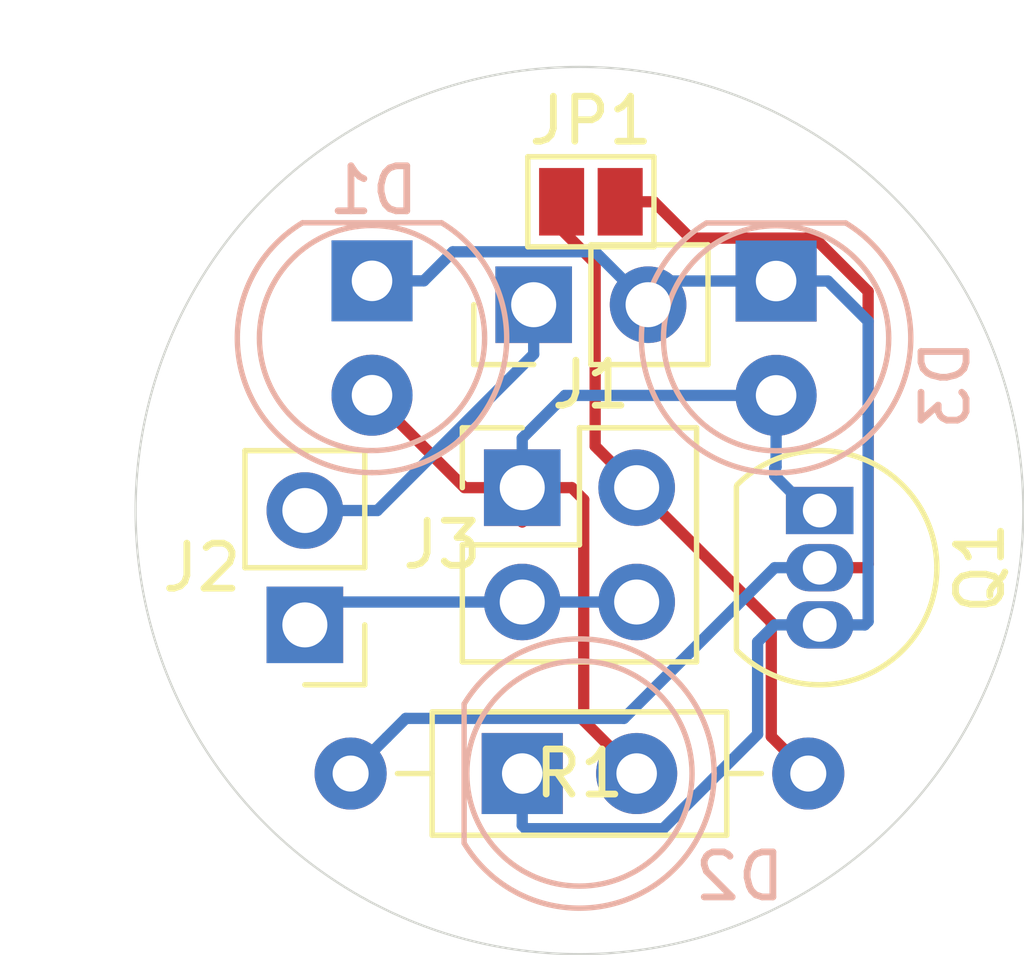
<source format=kicad_pcb>
(kicad_pcb (version 20171130) (host pcbnew 5.1.5+dfsg1-2build2)

  (general
    (thickness 1.6)
    (drawings 1)
    (tracks 69)
    (zones 0)
    (modules 9)
    (nets 7)
  )

  (page A4)
  (layers
    (0 F.Cu signal)
    (31 B.Cu signal)
    (32 B.Adhes user)
    (33 F.Adhes user)
    (34 B.Paste user)
    (35 F.Paste user)
    (36 B.SilkS user)
    (37 F.SilkS user)
    (38 B.Mask user)
    (39 F.Mask user)
    (40 Dwgs.User user)
    (41 Cmts.User user)
    (42 Eco1.User user)
    (43 Eco2.User user)
    (44 Edge.Cuts user)
    (45 Margin user)
    (46 B.CrtYd user)
    (47 F.CrtYd user)
    (48 B.Fab user)
    (49 F.Fab user)
  )

  (setup
    (last_trace_width 0.25)
    (trace_clearance 0.2)
    (zone_clearance 0.508)
    (zone_45_only no)
    (trace_min 0.2)
    (via_size 0.8)
    (via_drill 0.4)
    (via_min_size 0.4)
    (via_min_drill 0.3)
    (uvia_size 0.3)
    (uvia_drill 0.1)
    (uvias_allowed no)
    (uvia_min_size 0.2)
    (uvia_min_drill 0.1)
    (edge_width 0.05)
    (segment_width 0.2)
    (pcb_text_width 0.3)
    (pcb_text_size 1.5 1.5)
    (mod_edge_width 0.12)
    (mod_text_size 1 1)
    (mod_text_width 0.15)
    (pad_size 1.524 1.524)
    (pad_drill 0.762)
    (pad_to_mask_clearance 0.051)
    (solder_mask_min_width 0.25)
    (aux_axis_origin 0 0)
    (visible_elements FFFFFF7F)
    (pcbplotparams
      (layerselection 0x010fc_ffffffff)
      (usegerberextensions false)
      (usegerberattributes false)
      (usegerberadvancedattributes false)
      (creategerberjobfile false)
      (excludeedgelayer true)
      (linewidth 0.100000)
      (plotframeref false)
      (viasonmask false)
      (mode 1)
      (useauxorigin false)
      (hpglpennumber 1)
      (hpglpenspeed 20)
      (hpglpendiameter 15.000000)
      (psnegative false)
      (psa4output false)
      (plotreference true)
      (plotvalue true)
      (plotinvisibletext false)
      (padsonsilk false)
      (subtractmaskfromsilk false)
      (outputformat 1)
      (mirror false)
      (drillshape 1)
      (scaleselection 1)
      (outputdirectory ""))
  )

  (net 0 "")
  (net 1 "Net-(J1-Pad1)")
  (net 2 "Net-(JP1-Pad2)")
  (net 3 "Net-(D1-Pad2)")
  (net 4 "Net-(D1-Pad1)")
  (net 5 "Net-(J2-Pad1)")
  (net 6 "Net-(J3-Pad2)")

  (net_class Default "This is the default net class."
    (clearance 0.2)
    (trace_width 0.25)
    (via_dia 0.8)
    (via_drill 0.4)
    (uvia_dia 0.3)
    (uvia_drill 0.1)
    (add_net "Net-(D1-Pad1)")
    (add_net "Net-(D1-Pad2)")
    (add_net "Net-(J1-Pad1)")
    (add_net "Net-(J2-Pad1)")
    (add_net "Net-(J3-Pad2)")
    (add_net "Net-(JP1-Pad2)")
  )

  (module Connector_PinHeader_2.54mm:PinHeader_1x02_P2.54mm_Vertical (layer F.Cu) (tedit 59FED5CC) (tstamp 62169663)
    (at 98.044 -15.494 180)
    (descr "Through hole straight pin header, 1x02, 2.54mm pitch, single row")
    (tags "Through hole pin header THT 1x02 2.54mm single row")
    (path /62183F30)
    (fp_text reference J2 (at 2.286 1.27) (layer F.SilkS)
      (effects (font (size 1 1) (thickness 0.15)))
    )
    (fp_text value Conn_01x02_Male (at 0 4.87) (layer F.Fab)
      (effects (font (size 1 1) (thickness 0.15)))
    )
    (fp_text user %R (at 0 1.27 90) (layer F.Fab)
      (effects (font (size 1 1) (thickness 0.15)))
    )
    (fp_line (start 1.8 -1.8) (end -1.8 -1.8) (layer F.CrtYd) (width 0.05))
    (fp_line (start 1.8 4.35) (end 1.8 -1.8) (layer F.CrtYd) (width 0.05))
    (fp_line (start -1.8 4.35) (end 1.8 4.35) (layer F.CrtYd) (width 0.05))
    (fp_line (start -1.8 -1.8) (end -1.8 4.35) (layer F.CrtYd) (width 0.05))
    (fp_line (start -1.33 -1.33) (end 0 -1.33) (layer F.SilkS) (width 0.12))
    (fp_line (start -1.33 0) (end -1.33 -1.33) (layer F.SilkS) (width 0.12))
    (fp_line (start -1.33 1.27) (end 1.33 1.27) (layer F.SilkS) (width 0.12))
    (fp_line (start 1.33 1.27) (end 1.33 3.87) (layer F.SilkS) (width 0.12))
    (fp_line (start -1.33 1.27) (end -1.33 3.87) (layer F.SilkS) (width 0.12))
    (fp_line (start -1.33 3.87) (end 1.33 3.87) (layer F.SilkS) (width 0.12))
    (fp_line (start -1.27 -0.635) (end -0.635 -1.27) (layer F.Fab) (width 0.1))
    (fp_line (start -1.27 3.81) (end -1.27 -0.635) (layer F.Fab) (width 0.1))
    (fp_line (start 1.27 3.81) (end -1.27 3.81) (layer F.Fab) (width 0.1))
    (fp_line (start 1.27 -1.27) (end 1.27 3.81) (layer F.Fab) (width 0.1))
    (fp_line (start -0.635 -1.27) (end 1.27 -1.27) (layer F.Fab) (width 0.1))
    (pad 2 thru_hole oval (at 0 2.54 180) (size 1.7 1.7) (drill 1) (layers *.Cu *.Mask)
      (net 1 "Net-(J1-Pad1)"))
    (pad 1 thru_hole rect (at 0 0 180) (size 1.7 1.7) (drill 1) (layers *.Cu *.Mask)
      (net 5 "Net-(J2-Pad1)"))
    (model ${KISYS3DMOD}/Connector_PinHeader_2.54mm.3dshapes/PinHeader_1x02_P2.54mm_Vertical.wrl
      (at (xyz 0 0 0))
      (scale (xyz 1 1 1))
      (rotate (xyz 0 0 0))
    )
  )

  (module Connector_PinHeader_2.54mm:PinHeader_1x02_P2.54mm_Vertical (layer F.Cu) (tedit 59FED5CC) (tstamp 61E8D0A2)
    (at 103.124 -22.606 90)
    (descr "Through hole straight pin header, 1x02, 2.54mm pitch, single row")
    (tags "Through hole pin header THT 1x02 2.54mm single row")
    (path /61E8A35C)
    (fp_text reference J1 (at -1.778 1.27) (layer F.SilkS)
      (effects (font (size 1 1) (thickness 0.15)))
    )
    (fp_text value Conn_01x02_Male (at 0 4.87 90) (layer F.Fab)
      (effects (font (size 1 1) (thickness 0.15)))
    )
    (fp_text user %R (at 0 1.27) (layer F.Fab)
      (effects (font (size 1 1) (thickness 0.15)))
    )
    (fp_line (start 1.8 -1.8) (end -1.8 -1.8) (layer F.CrtYd) (width 0.05))
    (fp_line (start 1.8 4.35) (end 1.8 -1.8) (layer F.CrtYd) (width 0.05))
    (fp_line (start -1.8 4.35) (end 1.8 4.35) (layer F.CrtYd) (width 0.05))
    (fp_line (start -1.8 -1.8) (end -1.8 4.35) (layer F.CrtYd) (width 0.05))
    (fp_line (start -1.33 -1.33) (end 0 -1.33) (layer F.SilkS) (width 0.12))
    (fp_line (start -1.33 0) (end -1.33 -1.33) (layer F.SilkS) (width 0.12))
    (fp_line (start -1.33 1.27) (end 1.33 1.27) (layer F.SilkS) (width 0.12))
    (fp_line (start 1.33 1.27) (end 1.33 3.87) (layer F.SilkS) (width 0.12))
    (fp_line (start -1.33 1.27) (end -1.33 3.87) (layer F.SilkS) (width 0.12))
    (fp_line (start -1.33 3.87) (end 1.33 3.87) (layer F.SilkS) (width 0.12))
    (fp_line (start -1.27 -0.635) (end -0.635 -1.27) (layer F.Fab) (width 0.1))
    (fp_line (start -1.27 3.81) (end -1.27 -0.635) (layer F.Fab) (width 0.1))
    (fp_line (start 1.27 3.81) (end -1.27 3.81) (layer F.Fab) (width 0.1))
    (fp_line (start 1.27 -1.27) (end 1.27 3.81) (layer F.Fab) (width 0.1))
    (fp_line (start -0.635 -1.27) (end 1.27 -1.27) (layer F.Fab) (width 0.1))
    (pad 2 thru_hole oval (at 0 2.54 90) (size 1.7 1.7) (drill 1) (layers *.Cu *.Mask)
      (net 4 "Net-(D1-Pad1)"))
    (pad 1 thru_hole rect (at 0 0 90) (size 1.7 1.7) (drill 1) (layers *.Cu *.Mask)
      (net 1 "Net-(J1-Pad1)"))
    (model ${KISYS3DMOD}/Connector_PinHeader_2.54mm.3dshapes/PinHeader_1x02_P2.54mm_Vertical.wrl
      (at (xyz 0 0 0))
      (scale (xyz 1 1 1))
      (rotate (xyz 0 0 0))
    )
  )

  (module LED_THT:LED_D5.0mm (layer B.Cu) (tedit 5995936A) (tstamp 62168F97)
    (at 99.535048 -23.135693 270)
    (descr "LED, diameter 5.0mm, 2 pins, http://cdn-reichelt.de/documents/datenblatt/A500/LL-504BC2E-009.pdf")
    (tags "LED diameter 5.0mm 2 pins")
    (path /6216A59B)
    (fp_text reference D1 (at -2.010307 -0.032952) (layer B.SilkS)
      (effects (font (size 1 1) (thickness 0.15)) (justify mirror))
    )
    (fp_text value LED (at 1.27 -3.96 90) (layer B.Fab)
      (effects (font (size 1 1) (thickness 0.15)) (justify mirror))
    )
    (fp_text user %R (at 1.25 0 90) (layer B.Fab)
      (effects (font (size 0.8 0.8) (thickness 0.2)) (justify mirror))
    )
    (fp_line (start 4.5 3.25) (end -1.95 3.25) (layer B.CrtYd) (width 0.05))
    (fp_line (start 4.5 -3.25) (end 4.5 3.25) (layer B.CrtYd) (width 0.05))
    (fp_line (start -1.95 -3.25) (end 4.5 -3.25) (layer B.CrtYd) (width 0.05))
    (fp_line (start -1.95 3.25) (end -1.95 -3.25) (layer B.CrtYd) (width 0.05))
    (fp_line (start -1.29 1.545) (end -1.29 -1.545) (layer B.SilkS) (width 0.12))
    (fp_line (start -1.23 1.469694) (end -1.23 -1.469694) (layer B.Fab) (width 0.1))
    (fp_circle (center 1.27 0) (end 3.77 0) (layer B.SilkS) (width 0.12))
    (fp_circle (center 1.27 0) (end 3.77 0) (layer B.Fab) (width 0.1))
    (fp_arc (start 1.27 0) (end -1.29 -1.54483) (angle 148.9) (layer B.SilkS) (width 0.12))
    (fp_arc (start 1.27 0) (end -1.29 1.54483) (angle -148.9) (layer B.SilkS) (width 0.12))
    (fp_arc (start 1.27 0) (end -1.23 1.469694) (angle -299.1) (layer B.Fab) (width 0.1))
    (pad 2 thru_hole circle (at 2.54 0 270) (size 1.8 1.8) (drill 0.9) (layers *.Cu *.Mask)
      (net 3 "Net-(D1-Pad2)"))
    (pad 1 thru_hole rect (at 0 0 270) (size 1.8 1.8) (drill 0.9) (layers *.Cu *.Mask)
      (net 4 "Net-(D1-Pad1)"))
    (model ${KISYS3DMOD}/LED_THT.3dshapes/LED_D5.0mm.wrl
      (at (xyz 0 0 0))
      (scale (xyz 1 1 1))
      (rotate (xyz 0 0 0))
    )
  )

  (module Resistor_THT:R_Axial_DIN0207_L6.3mm_D2.5mm_P10.16mm_Horizontal (layer F.Cu) (tedit 5AE5139B) (tstamp 62003977)
    (at 99.06 -12.192)
    (descr "Resistor, Axial_DIN0207 series, Axial, Horizontal, pin pitch=10.16mm, 0.25W = 1/4W, length*diameter=6.3*2.5mm^2, http://cdn-reichelt.de/documents/datenblatt/B400/1_4W%23YAG.pdf")
    (tags "Resistor Axial_DIN0207 series Axial Horizontal pin pitch 10.16mm 0.25W = 1/4W length 6.3mm diameter 2.5mm")
    (path /6200459F)
    (fp_text reference R1 (at 5.08 0) (layer F.SilkS)
      (effects (font (size 1 1) (thickness 0.15)))
    )
    (fp_text value R (at 5.08 2.37) (layer F.Fab)
      (effects (font (size 1 1) (thickness 0.15)))
    )
    (fp_text user %R (at 5.08 0) (layer F.Fab)
      (effects (font (size 1 1) (thickness 0.15)))
    )
    (fp_line (start 11.21 -1.5) (end -1.05 -1.5) (layer F.CrtYd) (width 0.05))
    (fp_line (start 11.21 1.5) (end 11.21 -1.5) (layer F.CrtYd) (width 0.05))
    (fp_line (start -1.05 1.5) (end 11.21 1.5) (layer F.CrtYd) (width 0.05))
    (fp_line (start -1.05 -1.5) (end -1.05 1.5) (layer F.CrtYd) (width 0.05))
    (fp_line (start 9.12 0) (end 8.35 0) (layer F.SilkS) (width 0.12))
    (fp_line (start 1.04 0) (end 1.81 0) (layer F.SilkS) (width 0.12))
    (fp_line (start 8.35 -1.37) (end 1.81 -1.37) (layer F.SilkS) (width 0.12))
    (fp_line (start 8.35 1.37) (end 8.35 -1.37) (layer F.SilkS) (width 0.12))
    (fp_line (start 1.81 1.37) (end 8.35 1.37) (layer F.SilkS) (width 0.12))
    (fp_line (start 1.81 -1.37) (end 1.81 1.37) (layer F.SilkS) (width 0.12))
    (fp_line (start 10.16 0) (end 8.23 0) (layer F.Fab) (width 0.1))
    (fp_line (start 0 0) (end 1.93 0) (layer F.Fab) (width 0.1))
    (fp_line (start 8.23 -1.25) (end 1.93 -1.25) (layer F.Fab) (width 0.1))
    (fp_line (start 8.23 1.25) (end 8.23 -1.25) (layer F.Fab) (width 0.1))
    (fp_line (start 1.93 1.25) (end 8.23 1.25) (layer F.Fab) (width 0.1))
    (fp_line (start 1.93 -1.25) (end 1.93 1.25) (layer F.Fab) (width 0.1))
    (pad 2 thru_hole oval (at 10.16 0) (size 1.6 1.6) (drill 0.8) (layers *.Cu *.Mask)
      (net 6 "Net-(J3-Pad2)"))
    (pad 1 thru_hole circle (at 0 0) (size 1.6 1.6) (drill 0.8) (layers *.Cu *.Mask)
      (net 2 "Net-(JP1-Pad2)"))
    (model ${KISYS3DMOD}/Resistor_THT.3dshapes/R_Axial_DIN0207_L6.3mm_D2.5mm_P10.16mm_Horizontal.wrl
      (at (xyz 0 0 0))
      (scale (xyz 1 1 1))
      (rotate (xyz 0 0 0))
    )
  )

  (module Package_TO_SOT_THT:TO-92_Inline (layer F.Cu) (tedit 5A1DD157) (tstamp 61E8D0E4)
    (at 109.474 -18.034 270)
    (descr "TO-92 leads in-line, narrow, oval pads, drill 0.75mm (see NXP sot054_po.pdf)")
    (tags "to-92 sc-43 sc-43a sot54 PA33 transistor")
    (path /61E97F76)
    (fp_text reference Q1 (at 1.27 -3.56 90) (layer F.SilkS)
      (effects (font (size 1 1) (thickness 0.15)))
    )
    (fp_text value BC547 (at 1.27 2.79 90) (layer F.Fab)
      (effects (font (size 1 1) (thickness 0.15)))
    )
    (fp_arc (start 1.27 0) (end 1.27 -2.6) (angle 135) (layer F.SilkS) (width 0.12))
    (fp_arc (start 1.27 0) (end 1.27 -2.48) (angle -135) (layer F.Fab) (width 0.1))
    (fp_arc (start 1.27 0) (end 1.27 -2.6) (angle -135) (layer F.SilkS) (width 0.12))
    (fp_arc (start 1.27 0) (end 1.27 -2.48) (angle 135) (layer F.Fab) (width 0.1))
    (fp_line (start 4 2.01) (end -1.46 2.01) (layer F.CrtYd) (width 0.05))
    (fp_line (start 4 2.01) (end 4 -2.73) (layer F.CrtYd) (width 0.05))
    (fp_line (start -1.46 -2.73) (end -1.46 2.01) (layer F.CrtYd) (width 0.05))
    (fp_line (start -1.46 -2.73) (end 4 -2.73) (layer F.CrtYd) (width 0.05))
    (fp_line (start -0.5 1.75) (end 3 1.75) (layer F.Fab) (width 0.1))
    (fp_line (start -0.53 1.85) (end 3.07 1.85) (layer F.SilkS) (width 0.12))
    (fp_text user %R (at 1.27 -3.56 90) (layer F.Fab)
      (effects (font (size 1 1) (thickness 0.15)))
    )
    (pad 1 thru_hole rect (at 0 0 270) (size 1.05 1.5) (drill 0.75) (layers *.Cu *.Mask)
      (net 3 "Net-(D1-Pad2)"))
    (pad 3 thru_hole oval (at 2.54 0 270) (size 1.05 1.5) (drill 0.75) (layers *.Cu *.Mask)
      (net 4 "Net-(D1-Pad1)"))
    (pad 2 thru_hole oval (at 1.27 0 270) (size 1.05 1.5) (drill 0.75) (layers *.Cu *.Mask)
      (net 2 "Net-(JP1-Pad2)"))
    (model ${KISYS3DMOD}/Package_TO_SOT_THT.3dshapes/TO-92_Inline.wrl
      (at (xyz 0 0 0))
      (scale (xyz 1 1 1))
      (rotate (xyz 0 0 0))
    )
  )

  (module Jumper:SolderJumper-2_P1.3mm_Open_Pad1.0x1.5mm (layer F.Cu) (tedit 5A3EABFC) (tstamp 6200390C)
    (at 104.394 -24.892)
    (descr "SMD Solder Jumper, 1x1.5mm Pads, 0.3mm gap, open")
    (tags "solder jumper open")
    (path /620268EC)
    (attr virtual)
    (fp_text reference JP1 (at 0 -1.8) (layer F.SilkS)
      (effects (font (size 1 1) (thickness 0.15)))
    )
    (fp_text value Jumper (at 0 1.9) (layer F.Fab)
      (effects (font (size 1 1) (thickness 0.15)))
    )
    (fp_line (start 1.65 1.25) (end -1.65 1.25) (layer F.CrtYd) (width 0.05))
    (fp_line (start 1.65 1.25) (end 1.65 -1.25) (layer F.CrtYd) (width 0.05))
    (fp_line (start -1.65 -1.25) (end -1.65 1.25) (layer F.CrtYd) (width 0.05))
    (fp_line (start -1.65 -1.25) (end 1.65 -1.25) (layer F.CrtYd) (width 0.05))
    (fp_line (start -1.4 -1) (end 1.4 -1) (layer F.SilkS) (width 0.12))
    (fp_line (start 1.4 -1) (end 1.4 1) (layer F.SilkS) (width 0.12))
    (fp_line (start 1.4 1) (end -1.4 1) (layer F.SilkS) (width 0.12))
    (fp_line (start -1.4 1) (end -1.4 -1) (layer F.SilkS) (width 0.12))
    (pad 1 smd rect (at -0.65 0) (size 1 1.5) (layers F.Cu F.Mask)
      (net 6 "Net-(J3-Pad2)"))
    (pad 2 smd rect (at 0.65 0) (size 1 1.5) (layers F.Cu F.Mask)
      (net 2 "Net-(JP1-Pad2)"))
  )

  (module LED_THT:LED_D5.0mm (layer B.Cu) (tedit 5995936A) (tstamp 62168FA9)
    (at 102.87 -12.192)
    (descr "LED, diameter 5.0mm, 2 pins, http://cdn-reichelt.de/documents/datenblatt/A500/LL-504BC2E-009.pdf")
    (tags "LED diameter 5.0mm 2 pins")
    (path /6216B563)
    (fp_text reference D2 (at 4.826 2.286) (layer B.SilkS)
      (effects (font (size 1 1) (thickness 0.15)) (justify mirror))
    )
    (fp_text value LED (at 1.27 -3.96) (layer B.Fab)
      (effects (font (size 1 1) (thickness 0.15)) (justify mirror))
    )
    (fp_text user %R (at 1.25 0) (layer B.Fab)
      (effects (font (size 0.8 0.8) (thickness 0.2)) (justify mirror))
    )
    (fp_line (start 4.5 3.25) (end -1.95 3.25) (layer B.CrtYd) (width 0.05))
    (fp_line (start 4.5 -3.25) (end 4.5 3.25) (layer B.CrtYd) (width 0.05))
    (fp_line (start -1.95 -3.25) (end 4.5 -3.25) (layer B.CrtYd) (width 0.05))
    (fp_line (start -1.95 3.25) (end -1.95 -3.25) (layer B.CrtYd) (width 0.05))
    (fp_line (start -1.29 1.545) (end -1.29 -1.545) (layer B.SilkS) (width 0.12))
    (fp_line (start -1.23 1.469694) (end -1.23 -1.469694) (layer B.Fab) (width 0.1))
    (fp_circle (center 1.27 0) (end 3.77 0) (layer B.SilkS) (width 0.12))
    (fp_circle (center 1.27 0) (end 3.77 0) (layer B.Fab) (width 0.1))
    (fp_arc (start 1.27 0) (end -1.29 -1.54483) (angle 148.9) (layer B.SilkS) (width 0.12))
    (fp_arc (start 1.27 0) (end -1.29 1.54483) (angle -148.9) (layer B.SilkS) (width 0.12))
    (fp_arc (start 1.27 0) (end -1.23 1.469694) (angle -299.1) (layer B.Fab) (width 0.1))
    (pad 2 thru_hole circle (at 2.54 0) (size 1.8 1.8) (drill 0.9) (layers *.Cu *.Mask)
      (net 3 "Net-(D1-Pad2)"))
    (pad 1 thru_hole rect (at 0 0) (size 1.8 1.8) (drill 0.9) (layers *.Cu *.Mask)
      (net 4 "Net-(D1-Pad1)"))
    (model ${KISYS3DMOD}/LED_THT.3dshapes/LED_D5.0mm.wrl
      (at (xyz 0 0 0))
      (scale (xyz 1 1 1))
      (rotate (xyz 0 0 0))
    )
  )

  (module LED_THT:LED_D5.0mm (layer B.Cu) (tedit 5995936A) (tstamp 62168FBB)
    (at 108.505679 -23.131641 270)
    (descr "LED, diameter 5.0mm, 2 pins, http://cdn-reichelt.de/documents/datenblatt/A500/LL-504BC2E-009.pdf")
    (tags "LED diameter 5.0mm 2 pins")
    (path /6216BFFE)
    (fp_text reference D3 (at 2.303641 -3.762321 90) (layer B.SilkS)
      (effects (font (size 1 1) (thickness 0.15)) (justify mirror))
    )
    (fp_text value LED (at 1.27 -3.96 90) (layer B.Fab)
      (effects (font (size 1 1) (thickness 0.15)) (justify mirror))
    )
    (fp_text user %R (at 1.25 0 90) (layer B.Fab)
      (effects (font (size 0.8 0.8) (thickness 0.2)) (justify mirror))
    )
    (fp_line (start 4.5 3.25) (end -1.95 3.25) (layer B.CrtYd) (width 0.05))
    (fp_line (start 4.5 -3.25) (end 4.5 3.25) (layer B.CrtYd) (width 0.05))
    (fp_line (start -1.95 -3.25) (end 4.5 -3.25) (layer B.CrtYd) (width 0.05))
    (fp_line (start -1.95 3.25) (end -1.95 -3.25) (layer B.CrtYd) (width 0.05))
    (fp_line (start -1.29 1.545) (end -1.29 -1.545) (layer B.SilkS) (width 0.12))
    (fp_line (start -1.23 1.469694) (end -1.23 -1.469694) (layer B.Fab) (width 0.1))
    (fp_circle (center 1.27 0) (end 3.77 0) (layer B.SilkS) (width 0.12))
    (fp_circle (center 1.27 0) (end 3.77 0) (layer B.Fab) (width 0.1))
    (fp_arc (start 1.27 0) (end -1.29 -1.54483) (angle 148.9) (layer B.SilkS) (width 0.12))
    (fp_arc (start 1.27 0) (end -1.29 1.54483) (angle -148.9) (layer B.SilkS) (width 0.12))
    (fp_arc (start 1.27 0) (end -1.23 1.469694) (angle -299.1) (layer B.Fab) (width 0.1))
    (pad 2 thru_hole circle (at 2.54 0 270) (size 1.8 1.8) (drill 0.9) (layers *.Cu *.Mask)
      (net 3 "Net-(D1-Pad2)"))
    (pad 1 thru_hole rect (at 0 0 270) (size 1.8 1.8) (drill 0.9) (layers *.Cu *.Mask)
      (net 4 "Net-(D1-Pad1)"))
    (model ${KISYS3DMOD}/LED_THT.3dshapes/LED_D5.0mm.wrl
      (at (xyz 0 0 0))
      (scale (xyz 1 1 1))
      (rotate (xyz 0 0 0))
    )
  )

  (module Connector_PinHeader_2.54mm:PinHeader_2x02_P2.54mm_Vertical (layer F.Cu) (tedit 59FED5CC) (tstamp 6216B27F)
    (at 102.87 -18.542)
    (descr "Through hole straight pin header, 2x02, 2.54mm pitch, double rows")
    (tags "Through hole pin header THT 2x02 2.54mm double row")
    (path /6218F74F)
    (fp_text reference J3 (at -1.778 1.27) (layer F.SilkS)
      (effects (font (size 1 1) (thickness 0.15)))
    )
    (fp_text value Conn_01x04_Male (at 1.27 4.87) (layer F.Fab)
      (effects (font (size 1 1) (thickness 0.15)))
    )
    (fp_text user %R (at -1.778 1.27 90) (layer F.Fab)
      (effects (font (size 1 1) (thickness 0.15)))
    )
    (fp_line (start 4.35 -1.8) (end -1.8 -1.8) (layer F.CrtYd) (width 0.05))
    (fp_line (start 4.35 4.35) (end 4.35 -1.8) (layer F.CrtYd) (width 0.05))
    (fp_line (start -1.8 4.35) (end 4.35 4.35) (layer F.CrtYd) (width 0.05))
    (fp_line (start -1.8 -1.8) (end -1.8 4.35) (layer F.CrtYd) (width 0.05))
    (fp_line (start -1.33 -1.33) (end 0 -1.33) (layer F.SilkS) (width 0.12))
    (fp_line (start -1.33 0) (end -1.33 -1.33) (layer F.SilkS) (width 0.12))
    (fp_line (start 1.27 -1.33) (end 3.87 -1.33) (layer F.SilkS) (width 0.12))
    (fp_line (start 1.27 1.27) (end 1.27 -1.33) (layer F.SilkS) (width 0.12))
    (fp_line (start -1.33 1.27) (end 1.27 1.27) (layer F.SilkS) (width 0.12))
    (fp_line (start 3.87 -1.33) (end 3.87 3.87) (layer F.SilkS) (width 0.12))
    (fp_line (start -1.33 1.27) (end -1.33 3.87) (layer F.SilkS) (width 0.12))
    (fp_line (start -1.33 3.87) (end 3.87 3.87) (layer F.SilkS) (width 0.12))
    (fp_line (start -1.27 0) (end 0 -1.27) (layer F.Fab) (width 0.1))
    (fp_line (start -1.27 3.81) (end -1.27 0) (layer F.Fab) (width 0.1))
    (fp_line (start 3.81 3.81) (end -1.27 3.81) (layer F.Fab) (width 0.1))
    (fp_line (start 3.81 -1.27) (end 3.81 3.81) (layer F.Fab) (width 0.1))
    (fp_line (start 0 -1.27) (end 3.81 -1.27) (layer F.Fab) (width 0.1))
    (pad 4 thru_hole oval (at 2.54 2.54) (size 1.7 1.7) (drill 1) (layers *.Cu *.Mask)
      (net 5 "Net-(J2-Pad1)"))
    (pad 3 thru_hole oval (at 0 2.54) (size 1.7 1.7) (drill 1) (layers *.Cu *.Mask)
      (net 5 "Net-(J2-Pad1)"))
    (pad 2 thru_hole oval (at 2.54 0) (size 1.7 1.7) (drill 1) (layers *.Cu *.Mask)
      (net 6 "Net-(J3-Pad2)"))
    (pad 1 thru_hole rect (at 0 0) (size 1.7 1.7) (drill 1) (layers *.Cu *.Mask)
      (net 3 "Net-(D1-Pad2)"))
  )

  (gr_circle (center 104.14 -18.034) (end 113.942055 -17.025124) (layer Edge.Cuts) (width 0.05))

  (segment (start 103.124 -21.506) (end 103.124 -22.606) (width 0.25) (layer B.Cu) (net 1))
  (segment (start 99.652 -18.034) (end 103.124 -21.506) (width 0.25) (layer B.Cu) (net 1))
  (segment (start 98.044 -18.034) (end 99.652 -18.034) (width 0.25) (layer B.Cu) (net 1))
  (segment (start 105.794 -24.892) (end 106.600999 -24.085001) (width 0.25) (layer F.Cu) (net 2))
  (segment (start 110.474 -16.764) (end 109.474 -16.764) (width 0.25) (layer F.Cu) (net 2))
  (segment (start 109.474 -16.764) (end 109.249 -16.764) (width 0.25) (layer F.Cu) (net 2))
  (segment (start 109.364001 -24.085001) (end 110.549001 -22.900001) (width 0.25) (layer F.Cu) (net 2))
  (segment (start 105.044 -24.892) (end 105.794 -24.892) (width 0.25) (layer F.Cu) (net 2))
  (segment (start 110.549001 -16.839001) (end 110.474 -16.764) (width 0.25) (layer F.Cu) (net 2))
  (segment (start 110.549001 -22.900001) (end 110.549001 -16.839001) (width 0.25) (layer F.Cu) (net 2))
  (segment (start 106.600999 -24.085001) (end 109.364001 -24.085001) (width 0.25) (layer F.Cu) (net 2))
  (segment (start 99.859999 -12.991999) (end 99.06 -12.192) (width 0.25) (layer B.Cu) (net 2))
  (segment (start 100.285001 -13.417001) (end 99.859999 -12.991999) (width 0.25) (layer B.Cu) (net 2))
  (segment (start 105.127001 -13.417001) (end 100.285001 -13.417001) (width 0.25) (layer B.Cu) (net 2))
  (segment (start 108.474 -16.764) (end 105.127001 -13.417001) (width 0.25) (layer B.Cu) (net 2))
  (segment (start 109.474 -16.764) (end 108.474 -16.764) (width 0.25) (layer B.Cu) (net 2))
  (segment (start 103.086991 -18.504991) (end 103.086991 -17.996991) (width 0.25) (layer F.Cu) (net 3))
  (segment (start 103.086991 -17.996991) (end 102.87 -17.78) (width 0.25) (layer F.Cu) (net 3))
  (segment (start 102.87 -17.78) (end 102.87 -18.288) (width 0.25) (layer F.Cu) (net 3))
  (segment (start 102.87 -18.288) (end 103.086991 -18.504991) (width 0.25) (layer F.Cu) (net 3))
  (segment (start 101.588741 -18.542) (end 102.87 -18.542) (width 0.25) (layer F.Cu) (net 3))
  (segment (start 99.535048 -20.595693) (end 101.588741 -18.542) (width 0.25) (layer F.Cu) (net 3))
  (segment (start 102.87 -19.642) (end 102.87 -18.542) (width 0.25) (layer B.Cu) (net 3))
  (segment (start 103.819641 -20.591641) (end 102.87 -19.642) (width 0.25) (layer B.Cu) (net 3))
  (segment (start 108.505679 -20.591641) (end 103.819641 -20.591641) (width 0.25) (layer B.Cu) (net 3))
  (segment (start 109.249 -18.034) (end 109.474 -18.034) (width 0.25) (layer B.Cu) (net 3))
  (segment (start 108.474 -18.809) (end 109.249 -18.034) (width 0.25) (layer B.Cu) (net 3))
  (segment (start 108.474 -18.970642) (end 108.474 -18.809) (width 0.25) (layer B.Cu) (net 3))
  (segment (start 108.505679 -19.002321) (end 108.474 -18.970642) (width 0.25) (layer B.Cu) (net 3))
  (segment (start 108.505679 -20.591641) (end 108.505679 -19.002321) (width 0.25) (layer B.Cu) (net 3))
  (segment (start 103.97 -18.542) (end 102.87 -18.542) (width 0.25) (layer F.Cu) (net 3))
  (segment (start 104.234999 -18.277001) (end 103.97 -18.542) (width 0.25) (layer F.Cu) (net 3))
  (segment (start 104.234999 -13.367001) (end 104.234999 -18.277001) (width 0.25) (layer F.Cu) (net 3))
  (segment (start 105.41 -12.192) (end 104.234999 -13.367001) (width 0.25) (layer F.Cu) (net 3))
  (segment (start 105.918 -22.86) (end 105.664 -22.606) (width 0.25) (layer F.Cu) (net 4))
  (segment (start 100.685048 -23.135693) (end 99.535048 -23.135693) (width 0.25) (layer B.Cu) (net 4))
  (segment (start 101.330356 -23.781001) (end 100.685048 -23.135693) (width 0.25) (layer B.Cu) (net 4))
  (segment (start 104.488999 -23.781001) (end 101.330356 -23.781001) (width 0.25) (layer B.Cu) (net 4))
  (segment (start 105.664 -22.606) (end 104.488999 -23.781001) (width 0.25) (layer B.Cu) (net 4))
  (segment (start 110.474 -15.494) (end 109.474 -15.494) (width 0.25) (layer B.Cu) (net 4))
  (segment (start 110.54901 -15.56901) (end 110.474 -15.494) (width 0.25) (layer B.Cu) (net 4))
  (segment (start 110.54901 -22.23831) (end 110.54901 -15.56901) (width 0.25) (layer B.Cu) (net 4))
  (segment (start 109.655679 -23.131641) (end 110.54901 -22.23831) (width 0.25) (layer B.Cu) (net 4))
  (segment (start 108.505679 -23.131641) (end 109.655679 -23.131641) (width 0.25) (layer B.Cu) (net 4))
  (segment (start 106.189641 -23.131641) (end 105.664 -22.606) (width 0.25) (layer B.Cu) (net 4))
  (segment (start 108.505679 -23.131641) (end 106.189641 -23.131641) (width 0.25) (layer B.Cu) (net 4))
  (segment (start 102.87 -11.042) (end 102.87 -12.192) (width 0.25) (layer B.Cu) (net 4))
  (segment (start 102.945001 -10.966999) (end 102.87 -11.042) (width 0.25) (layer B.Cu) (net 4))
  (segment (start 105.998001 -10.966999) (end 102.945001 -10.966999) (width 0.25) (layer B.Cu) (net 4))
  (segment (start 108.094999 -15.114999) (end 108.094999 -13.063997) (width 0.25) (layer B.Cu) (net 4))
  (segment (start 108.474 -15.494) (end 108.094999 -15.114999) (width 0.25) (layer B.Cu) (net 4))
  (segment (start 108.094999 -13.063997) (end 105.998001 -10.966999) (width 0.25) (layer B.Cu) (net 4))
  (segment (start 109.474 -15.494) (end 108.474 -15.494) (width 0.25) (layer B.Cu) (net 4))
  (segment (start 98.298 -15.24) (end 98.044 -15.494) (width 0.25) (layer F.Cu) (net 5))
  (segment (start 105.41 -16.002) (end 102.87 -16.002) (width 0.25) (layer B.Cu) (net 5))
  (segment (start 98.552 -16.002) (end 98.044 -15.494) (width 0.25) (layer B.Cu) (net 5))
  (segment (start 102.87 -16.002) (end 98.552 -16.002) (width 0.25) (layer B.Cu) (net 5))
  (segment (start 103.744 -24.892) (end 103.744 -24.272) (width 0.25) (layer F.Cu) (net 6))
  (segment (start 105.41 -19.05) (end 105.41 -18.542) (width 0.25) (layer F.Cu) (net 6))
  (segment (start 105.41 -18.288) (end 105.41 -18.542) (width 0.25) (layer F.Cu) (net 6))
  (segment (start 104.560001 -19.391999) (end 105.41 -18.542) (width 0.25) (layer F.Cu) (net 6))
  (segment (start 104.488999 -19.463001) (end 104.560001 -19.391999) (width 0.25) (layer F.Cu) (net 6))
  (segment (start 104.488999 -23.526003) (end 104.488999 -19.463001) (width 0.25) (layer F.Cu) (net 6))
  (segment (start 103.744 -24.271002) (end 104.488999 -23.526003) (width 0.25) (layer F.Cu) (net 6))
  (segment (start 103.744 -24.892) (end 103.744 -24.271002) (width 0.25) (layer F.Cu) (net 6))
  (segment (start 106.259999 -17.692001) (end 105.41 -18.542) (width 0.25) (layer F.Cu) (net 6))
  (segment (start 108.39899 -15.55301) (end 106.259999 -17.692001) (width 0.25) (layer F.Cu) (net 6))
  (segment (start 108.39899 -13.01301) (end 108.39899 -15.55301) (width 0.25) (layer F.Cu) (net 6))
  (segment (start 109.22 -12.192) (end 108.39899 -13.01301) (width 0.25) (layer F.Cu) (net 6))

)

</source>
